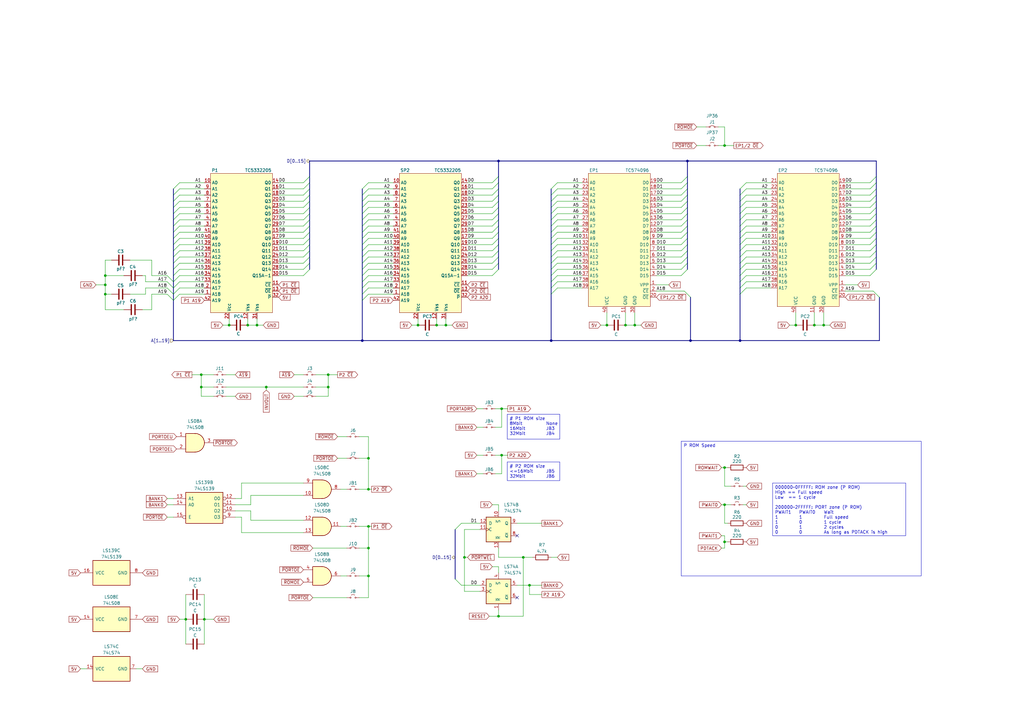
<source format=kicad_sch>
(kicad_sch (version 20250114) (generator "eeschema") (generator_version "9.0")
  (paper "A3")
  (title_block (title "King of Fighters '97 - PROGBK1") (date "2025-02-14") (comment 1 "Not an original schematic") (comment 2 "Reversed from physical copy"))
  (text_box "P ROM Speed" (at 279.4 180.975 0) (size 98.425 55.245) (margins 0.9525 0.9525 0.9525 0.9525) (effects (font (size 1.27 1.27)) (justify left top)))
  (text_box "000000~0FFFFF: ROM zone (P ROM)\nHigh == Full speed\nLow  == 1 cycle\n\n200000~2FFFFF: PORT zone (P ROM) \nPWAIT1	PWAIT0	Wait\n1		1		Full speed\n1		0		1 cycle\n0		1		2 cycles\n0		0		As long as PDTACK is high" (at 316.865 198.12 0) (size 54.61 21.59) (margins 0.9525 0.9525 0.9525 0.9525) (effects (font (size 1.27 1.27)) (justify left top)))
  (text_box "# P2 ROM size\n<=16Mbit	JB5\n32Mbit		JB6" (at 208.026 189.484 0) (size 21.59 7.62) (margins 0.9525 0.9525 0.9525 0.9525) (effects (font (size 1.27 1.27)) (justify left top)))
  (text_box "# P1 ROM size\n8Mbit		None\n16Mbit		JB3\n32Mbit		JB4" (at 208.026 169.926 0) (size 21.59 10.16) (margins 0.9525 0.9525 0.9525 0.9525) (effects (font (size 1.27 1.27)) (justify left top)))
  (junction (at 204.47 66.04))
  (junction (at 148.59 139.7))
  (junction (at 337.82 133.35))
  (junction (at 151.13 215.9))
  (junction (at 297.18 191.77))
  (junction (at 134.62 158.75))
  (junction (at 76.2 254))
  (junction (at 226.06 139.7))
  (junction (at 82.55 153.67))
  (junction (at 283.21 139.7))
  (junction (at 217.17 240.03))
  (junction (at 93.98 133.35))
  (junction (at 83.82 254))
  (junction (at 297.18 222.25))
  (junction (at 151.13 236.22))
  (junction (at 303.53 139.7))
  (junction (at 190.5 228.6))
  (junction (at 326.39 133.35))
  (junction (at 43.18 116.84))
  (junction (at 82.55 158.75))
  (junction (at 297.18 207.01))
  (junction (at 101.6 133.35))
  (junction (at 248.92 133.35))
  (junction (at 151.13 224.79))
  (junction (at 297.18 59.69))
  (junction (at 281.94 66.04))
  (junction (at 204.47 252.73))
  (junction (at 151.13 200.66))
  (junction (at 214.63 228.6))
  (junction (at 205.74 186.69))
  (junction (at 105.41 133.35))
  (junction (at 43.18 113.03))
  (junction (at 43.18 120.65))
  (junction (at 109.22 158.75))
  (junction (at 260.35 133.35))
  (junction (at 256.54 133.35))
  (junction (at 134.62 153.67))
  (junction (at 171.45 133.35))
  (junction (at 182.88 133.35))
  (junction (at 151.13 187.96))
  (junction (at 334.01 133.35))
  (junction (at 205.74 167.64))
  (junction (at 179.07 133.35))
  (no_connect (at 212.09 245.11))
  (no_connect (at 212.09 219.71))
  (bus_entry (at 71.12 107.95) (size 2.54 -2.54))
  (bus_entry (at 359.41 90.17) (size -2.54 2.54))
  (bus_entry (at 303.53 105.41) (size 2.54 -2.54))
  (bus_entry (at 281.94 107.95) (size -2.54 2.54))
  (bus_entry (at 148.59 110.49) (size 2.54 -2.54))
  (bus_entry (at 303.53 115.57) (size 2.54 -2.54))
  (bus_entry (at 71.12 87.63) (size 2.54 -2.54))
  (bus_entry (at 359.41 72.39) (size -2.54 2.54))
  (bus_entry (at 226.06 90.17) (size 2.54 -2.54))
  (bus_entry (at 204.47 100.33) (size -2.54 2.54))
  (bus_entry (at 148.59 80.01) (size 2.54 -2.54))
  (bus_entry (at 303.53 87.63) (size 2.54 -2.54))
  (bus_entry (at 303.53 113.03) (size 2.54 -2.54))
  (bus_entry (at 281.94 95.25) (size -2.54 2.54))
  (bus_entry (at 127 72.39) (size -2.54 2.54))
  (bus_entry (at 360.68 121.92) (size -2.54 -2.54))
  (bus_entry (at 127 92.71) (size -2.54 2.54))
  (bus_entry (at 281.94 92.71) (size -2.54 2.54))
  (bus_entry (at 204.47 85.09) (size -2.54 2.54))
  (bus_entry (at 204.47 74.93) (size -2.54 2.54))
  (bus_entry (at 71.12 113.03) (size 2.54 -2.54))
  (bus_entry (at 281.94 97.79) (size -2.54 2.54))
  (bus_entry (at 148.59 107.95) (size 2.54 -2.54))
  (bus_entry (at 204.47 77.47) (size -2.54 2.54))
  (bus_entry (at 148.59 102.87) (size 2.54 -2.54))
  (bus_entry (at 303.53 90.17) (size 2.54 -2.54))
  (bus_entry (at 281.94 85.09) (size -2.54 2.54))
  (bus_entry (at 127 97.79) (size -2.54 2.54))
  (bus_entry (at 127 102.87) (size -2.54 2.54))
  (bus_entry (at 359.41 85.09) (size -2.54 2.54))
  (bus_entry (at 226.06 105.41) (size 2.54 -2.54))
  (bus_entry (at 359.41 80.01) (size -2.54 2.54))
  (bus_entry (at 204.47 97.79) (size -2.54 2.54))
  (bus_entry (at 281.94 72.39) (size -2.54 2.54))
  (bus_entry (at 204.47 80.01) (size -2.54 2.54))
  (bus_entry (at 204.47 72.39) (size -2.54 2.54))
  (bus_entry (at 226.06 80.01) (size 2.54 -2.54))
  (bus_entry (at 148.59 82.55) (size 2.54 -2.54))
  (bus_entry (at 281.94 100.33) (size -2.54 2.54))
  (bus_entry (at 226.06 92.71) (size 2.54 -2.54))
  (bus_entry (at 71.12 102.87) (size 2.54 -2.54))
  (bus_entry (at 226.06 85.09) (size 2.54 -2.54))
  (bus_entry (at 204.47 102.87) (size -2.54 2.54))
  (bus_entry (at 148.59 113.03) (size 2.54 -2.54))
  (bus_entry (at 148.59 95.25) (size 2.54 -2.54))
  (bus_entry (at 303.53 80.01) (size 2.54 -2.54))
  (bus_entry (at 127 90.17) (size -2.54 2.54))
  (bus_entry (at 303.53 92.71) (size 2.54 -2.54))
  (bus_entry (at 303.53 107.95) (size 2.54 -2.54))
  (bus_entry (at 148.59 77.47) (size 2.54 -2.54))
  (bus_entry (at 303.53 102.87) (size 2.54 -2.54))
  (bus_entry (at 359.41 74.93) (size -2.54 2.54))
  (bus_entry (at 71.12 77.47) (size 2.54 -2.54))
  (bus_entry (at 71.12 97.79) (size 2.54 -2.54))
  (bus_entry (at 71.12 90.17) (size 2.54 -2.54))
  (bus_entry (at 71.12 118.11) (size 2.54 -2.54))
  (bus_entry (at 71.12 123.19) (size 2.54 -2.54))
  (bus_entry (at 71.12 118.11) (size -2.54 -2.54))
  (bus_entry (at 359.41 102.87) (size -2.54 2.54))
  (bus_entry (at 71.12 80.01) (size 2.54 -2.54))
  (bus_entry (at 148.59 123.19) (size 2.54 -2.54))
  (bus_entry (at 303.53 120.65) (size 2.54 -2.54))
  (bus_entry (at 148.59 115.57) (size 2.54 -2.54))
  (bus_entry (at 281.94 110.49) (size -2.54 2.54))
  (bus_entry (at 71.12 95.25) (size 2.54 -2.54))
  (bus_entry (at 226.06 120.65) (size 2.54 -2.54))
  (bus_entry (at 127 82.55) (size -2.54 2.54))
  (bus_entry (at 148.59 118.11) (size 2.54 -2.54))
  (bus_entry (at 226.06 100.33) (size 2.54 -2.54))
  (bus_entry (at 359.41 95.25) (size -2.54 2.54))
  (bus_entry (at 303.53 118.11) (size 2.54 -2.54))
  (bus_entry (at 359.41 105.41) (size -2.54 2.54))
  (bus_entry (at 359.41 97.79) (size -2.54 2.54))
  (bus_entry (at 204.47 107.95) (size -2.54 2.54))
  (bus_entry (at 303.53 95.25) (size 2.54 -2.54))
  (bus_entry (at 148.59 120.65) (size 2.54 -2.54))
  (bus_entry (at 281.94 102.87) (size -2.54 2.54))
  (bus_entry (at 281.94 87.63) (size -2.54 2.54))
  (bus_entry (at 204.47 110.49) (size -2.54 2.54))
  (bus_entry (at 303.53 85.09) (size 2.54 -2.54))
  (bus_entry (at 148.59 92.71) (size 2.54 -2.54))
  (bus_entry (at 71.12 85.09) (size 2.54 -2.54))
  (bus_entry (at 281.94 80.01) (size -2.54 2.54))
  (bus_entry (at 226.06 87.63) (size 2.54 -2.54))
  (bus_entry (at 359.41 92.71) (size -2.54 2.54))
  (bus_entry (at 303.53 97.79) (size 2.54 -2.54))
  (bus_entry (at 303.53 100.33) (size 2.54 -2.54))
  (bus_entry (at 127 77.47) (size -2.54 2.54))
  (bus_entry (at 226.06 97.79) (size 2.54 -2.54))
  (bus_entry (at 359.41 82.55) (size -2.54 2.54))
  (bus_entry (at 71.12 123.19) (size -2.54 -2.54))
  (bus_entry (at 71.12 92.71) (size 2.54 -2.54))
  (bus_entry (at 303.53 77.47) (size 2.54 -2.54))
  (bus_entry (at 283.21 121.92) (size -2.54 -2.54))
  (bus_entry (at 226.06 113.03) (size 2.54 -2.54))
  (bus_entry (at 281.94 77.47) (size -2.54 2.54))
  (bus_entry (at 359.41 107.95) (size -2.54 2.54))
  (bus_entry (at 127 105.41) (size -2.54 2.54))
  (bus_entry (at 127 95.25) (size -2.54 2.54))
  (bus_entry (at 204.47 92.71) (size -2.54 2.54))
  (bus_entry (at 226.06 82.55) (size 2.54 -2.54))
  (bus_entry (at 127 107.95) (size -2.54 2.54))
  (bus_entry (at 226.06 77.47) (size 2.54 -2.54))
  (bus_entry (at 204.47 105.41) (size -2.54 2.54))
  (bus_entry (at 204.47 82.55) (size -2.54 2.54))
  (bus_entry (at 127 80.01) (size -2.54 2.54))
  (bus_entry (at 71.12 82.55) (size 2.54 -2.54))
  (bus_entry (at 148.59 105.41) (size 2.54 -2.54))
  (bus_entry (at 226.06 107.95) (size 2.54 -2.54))
  (bus_entry (at 186.69 217.17) (size 2.54 -2.54))
  (bus_entry (at 359.41 110.49) (size -2.54 2.54))
  (bus_entry (at 226.06 102.87) (size 2.54 -2.54))
  (bus_entry (at 226.06 115.57) (size 2.54 -2.54))
  (bus_entry (at 226.06 95.25) (size 2.54 -2.54))
  (bus_entry (at 127 74.93) (size -2.54 2.54))
  (bus_entry (at 127 110.49) (size -2.54 2.54))
  (bus_entry (at 127 87.63) (size -2.54 2.54))
  (bus_entry (at 226.06 118.11) (size 2.54 -2.54))
  (bus_entry (at 148.59 90.17) (size 2.54 -2.54))
  (bus_entry (at 71.12 120.65) (size 2.54 -2.54))
  (bus_entry (at 71.12 105.41) (size 2.54 -2.54))
  (bus_entry (at 148.59 100.33) (size 2.54 -2.54))
  (bus_entry (at 226.06 110.49) (size 2.54 -2.54))
  (bus_entry (at 359.41 77.47) (size -2.54 2.54))
  (bus_entry (at 148.59 97.79) (size 2.54 -2.54))
  (bus_entry (at 71.12 115.57) (size 2.54 -2.54))
  (bus_entry (at 186.69 237.49) (size 2.54 2.54))
  (bus_entry (at 281.94 74.93) (size -2.54 2.54))
  (bus_entry (at 71.12 115.57) (size -2.54 -2.54))
  (bus_entry (at 127 100.33) (size -2.54 2.54))
  (bus_entry (at 303.53 110.49) (size 2.54 -2.54))
  (bus_entry (at 359.41 87.63) (size -2.54 2.54))
  (bus_entry (at 281.94 82.55) (size -2.54 2.54))
  (bus_entry (at 71.12 110.49) (size 2.54 -2.54))
  (bus_entry (at 204.47 95.25) (size -2.54 2.54))
  (bus_entry (at 71.12 120.65) (size -2.54 -2.54))
  (bus_entry (at 359.41 100.33) (size -2.54 2.54))
  (bus_entry (at 204.47 87.63) (size -2.54 2.54))
  (bus_entry (at 148.59 85.09) (size 2.54 -2.54))
  (bus_entry (at 71.12 100.33) (size 2.54 -2.54))
  (bus_entry (at 281.94 105.41) (size -2.54 2.54))
  (bus_entry (at 127 85.09) (size -2.54 2.54))
  (bus_entry (at 148.59 87.63) (size 2.54 -2.54))
  (bus_entry (at 303.53 82.55) (size 2.54 -2.54))
  (bus_entry (at 281.94 90.17) (size -2.54 2.54))
  (bus_entry (at 204.47 90.17) (size -2.54 2.54))
  (wire (pts (xy 151.13 92.71) (xy 161.29 92.71)))
  (wire (pts (xy 105.41 130.81) (xy 105.41 133.35)))
  (wire (pts (xy 191.77 95.25) (xy 201.93 95.25)))
  (bus (pts (xy 186.69 217.17) (xy 186.69 237.49)))
  (wire (pts (xy 346.71 105.41) (xy 356.87 105.41)))
  (bus (pts (xy 281.94 72.39) (xy 281.94 74.93)))
  (wire (pts (xy 214.63 228.6) (xy 204.47 228.6)))
  (wire (pts (xy 151.13 187.96) (xy 151.13 179.07)))
  (wire (pts (xy 226.06 228.6) (xy 228.6 228.6)))
  (bus (pts (xy 359.41 72.39) (xy 359.41 66.04)))
  (wire (pts (xy 59.69 120.65) (xy 59.69 118.11)))
  (bus (pts (xy 127 90.17) (xy 127 92.71)))
  (bus (pts (xy 281.94 74.93) (xy 281.94 77.47)))
  (wire (pts (xy 73.66 110.49) (xy 83.82 110.49)))
  (wire (pts (xy 129.54 153.67) (xy 134.62 153.67)))
  (bus (pts (xy 281.94 66.04) (xy 281.94 72.39)))
  (wire (pts (xy 297.18 199.39) (xy 297.18 191.77)))
  (bus (pts (xy 204.47 74.93) (xy 204.47 77.47)))
  (bus (pts (xy 281.94 80.01) (xy 281.94 82.55)))
  (wire (pts (xy 191.77 74.93) (xy 201.93 74.93)))
  (bus (pts (xy 71.12 87.63) (xy 71.12 90.17)))
  (wire (pts (xy 83.82 254) (xy 87.63 254)))
  (wire (pts (xy 306.07 77.47) (xy 316.23 77.47)))
  (bus (pts (xy 281.94 105.41) (xy 281.94 107.95)))
  (wire (pts (xy 62.23 127) (xy 58.42 127)))
  (bus (pts (xy 71.12 97.79) (xy 71.12 100.33)))
  (bus (pts (xy 71.12 100.33) (xy 71.12 102.87)))
  (wire (pts (xy 68.58 207.01) (xy 71.12 207.01)))
  (wire (pts (xy 151.13 200.66) (xy 147.32 200.66)))
  (wire (pts (xy 96.52 162.56) (xy 92.71 162.56)))
  (wire (pts (xy 114.3 80.01) (xy 124.46 80.01)))
  (bus (pts (xy 281.94 77.47) (xy 281.94 80.01)))
  (wire (pts (xy 269.24 105.41) (xy 279.4 105.41)))
  (bus (pts (xy 281.94 87.63) (xy 281.94 90.17)))
  (wire (pts (xy 346.71 92.71) (xy 356.87 92.71)))
  (wire (pts (xy 50.8 127) (xy 43.18 127)))
  (wire (pts (xy 114.3 90.17) (xy 124.46 90.17)))
  (bus (pts (xy 127 85.09) (xy 127 87.63)))
  (wire (pts (xy 297.18 224.79) (xy 295.91 224.79)))
  (wire (pts (xy 346.71 100.33) (xy 356.87 100.33)))
  (wire (pts (xy 203.2 167.64) (xy 205.74 167.64)))
  (wire (pts (xy 114.3 95.25) (xy 124.46 95.25)))
  (bus (pts (xy 226.06 97.79) (xy 226.06 100.33)))
  (bus (pts (xy 148.59 139.7) (xy 148.59 123.19)))
  (wire (pts (xy 306.07 82.55) (xy 316.23 82.55)))
  (bus (pts (xy 359.41 100.33) (xy 359.41 102.87)))
  (wire (pts (xy 134.62 158.75) (xy 134.62 162.56)))
  (wire (pts (xy 96.52 153.67) (xy 92.71 153.67)))
  (wire (pts (xy 228.6 107.95) (xy 238.76 107.95)))
  (bus (pts (xy 71.12 82.55) (xy 71.12 85.09)))
  (wire (pts (xy 195.58 194.31) (xy 198.12 194.31)))
  (bus (pts (xy 226.06 102.87) (xy 226.06 105.41)))
  (wire (pts (xy 102.87 213.36) (xy 124.46 213.36)))
  (wire (pts (xy 190.5 228.6) (xy 190.5 242.57)))
  (bus (pts (xy 148.59 118.11) (xy 148.59 120.65)))
  (wire (pts (xy 191.77 77.47) (xy 201.93 77.47)))
  (wire (pts (xy 228.6 85.09) (xy 238.76 85.09)))
  (bus (pts (xy 281.94 97.79) (xy 281.94 100.33)))
  (bus (pts (xy 283.21 139.7) (xy 303.53 139.7)))
  (wire (pts (xy 191.77 80.01) (xy 201.93 80.01)))
  (wire (pts (xy 346.71 95.25) (xy 356.87 95.25)))
  (wire (pts (xy 205.74 175.26) (xy 205.74 167.64)))
  (bus (pts (xy 148.59 97.79) (xy 148.59 100.33)))
  (wire (pts (xy 114.3 110.49) (xy 124.46 110.49)))
  (wire (pts (xy 151.13 95.25) (xy 161.29 95.25)))
  (bus (pts (xy 303.53 118.11) (xy 303.53 120.65)))
  (wire (pts (xy 196.85 242.57) (xy 190.5 242.57)))
  (bus (pts (xy 303.53 92.71) (xy 303.53 95.25)))
  (bus (pts (xy 71.12 123.19) (xy 71.12 139.7)))
  (wire (pts (xy 92.71 158.75) (xy 109.22 158.75)))
  (wire (pts (xy 346.71 87.63) (xy 356.87 87.63)))
  (wire (pts (xy 306.07 95.25) (xy 316.23 95.25)))
  (bus (pts (xy 148.59 105.41) (xy 148.59 107.95)))
  (wire (pts (xy 114.3 100.33) (xy 124.46 100.33)))
  (wire (pts (xy 73.66 85.09) (xy 83.82 85.09)))
  (wire (pts (xy 191.77 92.71) (xy 201.93 92.71)))
  (wire (pts (xy 346.71 80.01) (xy 356.87 80.01)))
  (bus (pts (xy 71.12 107.95) (xy 71.12 110.49)))
  (wire (pts (xy 128.27 224.79) (xy 142.24 224.79)))
  (wire (pts (xy 351.79 116.84) (xy 346.71 116.84)))
  (wire (pts (xy 297.18 214.63) (xy 298.45 214.63)))
  (wire (pts (xy 228.6 97.79) (xy 238.76 97.79)))
  (wire (pts (xy 73.66 102.87) (xy 83.82 102.87)))
  (wire (pts (xy 260.35 133.35) (xy 262.89 133.35)))
  (bus (pts (xy 127 100.33) (xy 127 102.87)))
  (wire (pts (xy 269.24 87.63) (xy 279.4 87.63)))
  (bus (pts (xy 359.41 74.93) (xy 359.41 77.47)))
  (wire (pts (xy 346.71 107.95) (xy 356.87 107.95)))
  (wire (pts (xy 151.13 82.55) (xy 161.29 82.55)))
  (wire (pts (xy 191.77 110.49) (xy 201.93 110.49)))
  (wire (pts (xy 59.69 118.11) (xy 68.58 118.11)))
  (wire (pts (xy 191.77 113.03) (xy 201.93 113.03)))
  (wire (pts (xy 228.6 105.41) (xy 238.76 105.41)))
  (wire (pts (xy 43.18 113.03) (xy 43.18 116.84)))
  (bus (pts (xy 148.59 107.95) (xy 148.59 110.49)))
  (wire (pts (xy 346.71 97.79) (xy 356.87 97.79)))
  (bus (pts (xy 71.12 115.57) (xy 71.12 118.11)))
  (wire (pts (xy 68.58 204.47) (xy 71.12 204.47)))
  (wire (pts (xy 191.77 100.33) (xy 201.93 100.33)))
  (bus (pts (xy 127 97.79) (xy 127 100.33)))
  (wire (pts (xy 285.75 59.69) (xy 289.56 59.69)))
  (bus (pts (xy 281.94 92.71) (xy 281.94 95.25)))
  (wire (pts (xy 269.24 97.79) (xy 279.4 97.79)))
  (bus (pts (xy 148.59 95.25) (xy 148.59 97.79)))
  (wire (pts (xy 73.66 95.25) (xy 83.82 95.25)))
  (bus (pts (xy 204.47 102.87) (xy 204.47 105.41)))
  (wire (pts (xy 114.3 77.47) (xy 124.46 77.47)))
  (bus (pts (xy 283.21 121.92) (xy 283.21 139.7)))
  (wire (pts (xy 269.24 100.33) (xy 279.4 100.33)))
  (bus (pts (xy 303.53 85.09) (xy 303.53 87.63)))
  (wire (pts (xy 83.82 243.84) (xy 83.82 254)))
  (bus (pts (xy 359.41 95.25) (xy 359.41 97.79)))
  (wire (pts (xy 68.58 212.09) (xy 71.12 212.09)))
  (wire (pts (xy 151.13 120.65) (xy 161.29 120.65)))
  (wire (pts (xy 43.18 120.65) (xy 43.18 116.84)))
  (wire (pts (xy 139.7 236.22) (xy 142.24 236.22)))
  (wire (pts (xy 269.24 102.87) (xy 279.4 102.87)))
  (wire (pts (xy 151.13 215.9) (xy 151.13 224.79)))
  (wire (pts (xy 114.3 107.95) (xy 124.46 107.95)))
  (wire (pts (xy 105.41 133.35) (xy 107.95 133.35)))
  (wire (pts (xy 246.38 133.35) (xy 248.92 133.35)))
  (wire (pts (xy 151.13 77.47) (xy 161.29 77.47)))
  (wire (pts (xy 306.07 92.71) (xy 316.23 92.71)))
  (bus (pts (xy 281.94 85.09) (xy 281.94 87.63)))
  (wire (pts (xy 62.23 113.03) (xy 68.58 113.03)))
  (wire (pts (xy 212.09 240.03) (xy 217.17 240.03)))
  (wire (pts (xy 228.6 77.47) (xy 238.76 77.47)))
  (wire (pts (xy 73.66 92.71) (xy 83.82 92.71)))
  (wire (pts (xy 73.66 105.41) (xy 83.82 105.41)))
  (bus (pts (xy 127 95.25) (xy 127 97.79)))
  (wire (pts (xy 306.07 118.11) (xy 316.23 118.11)))
  (wire (pts (xy 151.13 107.95) (xy 161.29 107.95)))
  (wire (pts (xy 33.02 274.32) (xy 35.56 274.32)))
  (wire (pts (xy 297.18 207.01) (xy 299.72 207.01)))
  (wire (pts (xy 191.77 90.17) (xy 201.93 90.17)))
  (wire (pts (xy 171.45 130.81) (xy 171.45 133.35)))
  (bus (pts (xy 127 105.41) (xy 127 107.95)))
  (bus (pts (xy 204.47 97.79) (xy 204.47 100.33)))
  (wire (pts (xy 109.22 158.75) (xy 109.22 160.02)))
  (wire (pts (xy 306.07 110.49) (xy 316.23 110.49)))
  (bus (pts (xy 281.94 100.33) (xy 281.94 102.87)))
  (wire (pts (xy 82.55 153.67) (xy 82.55 158.75)))
  (wire (pts (xy 346.71 74.93) (xy 356.87 74.93)))
  (bus (pts (xy 127 66.04) (xy 127 72.39)))
  (bus (pts (xy 281.94 66.04) (xy 359.41 66.04)))
  (wire (pts (xy 109.22 158.75) (xy 124.46 158.75)))
  (wire (pts (xy 73.66 120.65) (xy 83.82 120.65)))
  (wire (pts (xy 151.13 90.17) (xy 161.29 90.17)))
  (bus (pts (xy 226.06 113.03) (xy 226.06 115.57)))
  (wire (pts (xy 217.17 243.84) (xy 217.17 240.03)))
  (wire (pts (xy 297.18 207.01) (xy 297.18 214.63)))
  (wire (pts (xy 297.18 222.25) (xy 297.18 224.79)))
  (wire (pts (xy 323.85 133.35) (xy 326.39 133.35)))
  (wire (pts (xy 205.74 194.31) (xy 205.74 186.69)))
  (wire (pts (xy 73.66 107.95) (xy 83.82 107.95)))
  (wire (pts (xy 73.66 90.17) (xy 83.82 90.17)))
  (wire (pts (xy 114.3 87.63) (xy 124.46 87.63)))
  (wire (pts (xy 200.66 252.73) (xy 204.47 252.73)))
  (wire (pts (xy 134.62 153.67) (xy 134.62 158.75)))
  (wire (pts (xy 43.18 116.84) (xy 39.37 116.84)))
  (wire (pts (xy 87.63 153.67) (xy 82.55 153.67)))
  (bus (pts (xy 226.06 80.01) (xy 226.06 82.55)))
  (wire (pts (xy 43.18 127) (xy 43.18 120.65)))
  (bus (pts (xy 71.12 139.7) (xy 148.59 139.7)))
  (wire (pts (xy 306.07 102.87) (xy 316.23 102.87)))
  (bus (pts (xy 359.41 90.17) (xy 359.41 92.71)))
  (wire (pts (xy 269.24 80.01) (xy 279.4 80.01)))
  (wire (pts (xy 297.18 219.71) (xy 295.91 219.71)))
  (bus (pts (xy 71.12 120.65) (xy 71.12 123.19)))
  (bus (pts (xy 127 102.87) (xy 127 105.41)))
  (wire (pts (xy 217.17 240.03) (xy 222.25 240.03)))
  (wire (pts (xy 134.62 153.67) (xy 138.43 153.67)))
  (bus (pts (xy 148.59 139.7) (xy 226.06 139.7)))
  (bus (pts (xy 359.41 87.63) (xy 359.41 90.17)))
  (bus (pts (xy 303.53 102.87) (xy 303.53 105.41)))
  (wire (pts (xy 43.18 113.03) (xy 50.8 113.03)))
  (wire (pts (xy 191.77 228.6) (xy 190.5 228.6)))
  (wire (pts (xy 306.07 100.33) (xy 316.23 100.33)))
  (bus (pts (xy 148.59 77.47) (xy 148.59 80.01)))
  (wire (pts (xy 151.13 187.96) (xy 151.13 200.66)))
  (bus (pts (xy 226.06 118.11) (xy 226.06 120.65)))
  (bus (pts (xy 303.53 77.47) (xy 303.53 80.01)))
  (wire (pts (xy 203.2 175.26) (xy 205.74 175.26)))
  (bus (pts (xy 226.06 100.33) (xy 226.06 102.87)))
  (bus (pts (xy 71.12 105.41) (xy 71.12 107.95)))
  (wire (pts (xy 260.35 128.27) (xy 260.35 133.35)))
  (wire (pts (xy 306.07 87.63) (xy 316.23 87.63)))
  (wire (pts (xy 76.2 243.84) (xy 76.2 254)))
  (wire (pts (xy 151.13 97.79) (xy 161.29 97.79)))
  (wire (pts (xy 151.13 113.03) (xy 161.29 113.03)))
  (wire (pts (xy 304.8 207.01) (xy 306.07 207.01)))
  (wire (pts (xy 93.98 130.81) (xy 93.98 133.35)))
  (wire (pts (xy 274.32 116.84) (xy 269.24 116.84)))
  (wire (pts (xy 114.3 105.41) (xy 124.46 105.41)))
  (bus (pts (xy 226.06 92.71) (xy 226.06 95.25)))
  (wire (pts (xy 297.18 219.71) (xy 297.18 222.25)))
  (bus (pts (xy 303.53 107.95) (xy 303.53 110.49)))
  (wire (pts (xy 228.6 110.49) (xy 238.76 110.49)))
  (wire (pts (xy 228.6 82.55) (xy 238.76 82.55)))
  (bus (pts (xy 127 77.47) (xy 127 80.01)))
  (wire (pts (xy 99.06 212.09) (xy 99.06 218.44)))
  (bus (pts (xy 127 107.95) (xy 127 110.49)))
  (wire (pts (xy 190.5 217.17) (xy 190.5 228.6)))
  (wire (pts (xy 53.34 120.65) (xy 59.69 120.65)))
  (bus (pts (xy 359.41 77.47) (xy 359.41 80.01)))
  (bus (pts (xy 204.47 66.04) (xy 281.94 66.04)))
  (wire (pts (xy 228.6 95.25) (xy 238.76 95.25)))
  (bus (pts (xy 71.12 80.01) (xy 71.12 82.55)))
  (wire (pts (xy 151.13 110.49) (xy 161.29 110.49)))
  (bus (pts (xy 204.47 77.47) (xy 204.47 80.01)))
  (bus (pts (xy 71.12 102.87) (xy 71.12 105.41)))
  (wire (pts (xy 228.6 92.71) (xy 238.76 92.71)))
  (bus (pts (xy 359.41 82.55) (xy 359.41 85.09)))
  (wire (pts (xy 179.07 130.81) (xy 179.07 133.35)))
  (bus (pts (xy 204.47 95.25) (xy 204.47 97.79)))
  (wire (pts (xy 285.75 52.07) (xy 289.56 52.07)))
  (wire (pts (xy 114.3 85.09) (xy 124.46 85.09)))
  (wire (pts (xy 334.01 133.35) (xy 337.82 133.35)))
  (bus (pts (xy 226.06 87.63) (xy 226.06 90.17)))
  (wire (pts (xy 99.06 198.12) (xy 124.46 198.12)))
  (bus (pts (xy 226.06 82.55) (xy 226.06 85.09)))
  (bus (pts (xy 359.41 85.09) (xy 359.41 87.63)))
  (bus (pts (xy 226.06 77.47) (xy 226.06 80.01)))
  (wire (pts (xy 73.66 115.57) (xy 83.82 115.57)))
  (bus (pts (xy 303.53 139.7) (xy 360.68 139.7)))
  (wire (pts (xy 205.74 186.69) (xy 208.28 186.69)))
  (bus (pts (xy 303.53 100.33) (xy 303.53 102.87)))
  (bus (pts (xy 281.94 102.87) (xy 281.94 105.41)))
  (wire (pts (xy 62.23 120.65) (xy 68.58 120.65)))
  (wire (pts (xy 228.6 80.01) (xy 238.76 80.01)))
  (wire (pts (xy 212.09 214.63) (xy 222.25 214.63)))
  (wire (pts (xy 269.24 92.71) (xy 279.4 92.71)))
  (wire (pts (xy 138.43 187.96) (xy 142.24 187.96)))
  (wire (pts (xy 346.71 82.55) (xy 356.87 82.55)))
  (wire (pts (xy 306.07 97.79) (xy 316.23 97.79)))
  (wire (pts (xy 205.74 167.64) (xy 208.28 167.64)))
  (bus (pts (xy 281.94 90.17) (xy 281.94 92.71)))
  (wire (pts (xy 179.07 133.35) (xy 182.88 133.35)))
  (wire (pts (xy 256.54 133.35) (xy 260.35 133.35)))
  (bus (pts (xy 127 82.55) (xy 127 85.09)))
  (bus (pts (xy 204.47 90.17) (xy 204.47 92.71)))
  (wire (pts (xy 59.69 113.03) (xy 59.69 115.57)))
  (bus (pts (xy 281.94 107.95) (xy 281.94 110.49)))
  (wire (pts (xy 346.71 90.17) (xy 356.87 90.17)))
  (bus (pts (xy 226.06 110.49) (xy 226.06 113.03)))
  (bus (pts (xy 303.53 113.03) (xy 303.53 115.57)))
  (wire (pts (xy 129.54 158.75) (xy 134.62 158.75)))
  (wire (pts (xy 151.13 200.66) (xy 152.4 200.66)))
  (bus (pts (xy 204.47 85.09) (xy 204.47 87.63)))
  (wire (pts (xy 203.2 186.69) (xy 205.74 186.69)))
  (wire (pts (xy 151.13 236.22) (xy 151.13 224.79)))
  (bus (pts (xy 226.06 95.25) (xy 226.06 97.79)))
  (wire (pts (xy 269.24 77.47) (xy 279.4 77.47)))
  (wire (pts (xy 102.87 203.2) (xy 124.46 203.2)))
  (wire (pts (xy 62.23 127) (xy 62.23 120.65)))
  (wire (pts (xy 151.13 102.87) (xy 161.29 102.87)))
  (wire (pts (xy 114.3 97.79) (xy 124.46 97.79)))
  (wire (pts (xy 297.18 59.69) (xy 300.99 59.69)))
  (wire (pts (xy 228.6 87.63) (xy 238.76 87.63)))
  (wire (pts (xy 114.3 102.87) (xy 124.46 102.87)))
  (bus (pts (xy 359.41 107.95) (xy 359.41 110.49)))
  (bus (pts (xy 71.12 85.09) (xy 71.12 87.63)))
  (wire (pts (xy 195.58 175.26) (xy 198.12 175.26)))
  (wire (pts (xy 269.24 74.93) (xy 279.4 74.93)))
  (bus (pts (xy 281.94 95.25) (xy 281.94 97.79)))
  (bus (pts (xy 303.53 105.41) (xy 303.53 107.95)))
  (wire (pts (xy 337.82 133.35) (xy 340.36 133.35)))
  (wire (pts (xy 73.66 77.47) (xy 83.82 77.47)))
  (wire (pts (xy 59.69 115.57) (xy 68.58 115.57)))
  (wire (pts (xy 182.88 130.81) (xy 182.88 133.35)))
  (bus (pts (xy 204.47 82.55) (xy 204.47 85.09)))
  (wire (pts (xy 82.55 158.75) (xy 82.55 162.56)))
  (bus (pts (xy 303.53 87.63) (xy 303.53 90.17)))
  (wire (pts (xy 326.39 128.27) (xy 326.39 133.35)))
  (wire (pts (xy 73.66 80.01) (xy 83.82 80.01)))
  (wire (pts (xy 83.82 254) (xy 83.82 264.16)))
  (wire (pts (xy 96.52 207.01) (xy 102.87 207.01)))
  (wire (pts (xy 73.66 74.93) (xy 83.82 74.93)))
  (bus (pts (xy 204.47 105.41) (xy 204.47 107.95)))
  (wire (pts (xy 73.66 87.63) (xy 83.82 87.63)))
  (bus (pts (xy 148.59 92.71) (xy 148.59 95.25)))
  (wire (pts (xy 43.18 106.68) (xy 43.18 113.03)))
  (wire (pts (xy 128.27 245.11) (xy 142.24 245.11)))
  (wire (pts (xy 214.63 252.73) (xy 214.63 228.6)))
  (wire (pts (xy 151.13 100.33) (xy 161.29 100.33)))
  (wire (pts (xy 269.24 107.95) (xy 279.4 107.95)))
  (wire (pts (xy 151.13 105.41) (xy 161.29 105.41)))
  (wire (pts (xy 151.13 118.11) (xy 161.29 118.11)))
  (wire (pts (xy 306.07 105.41) (xy 316.23 105.41)))
  (bus (pts (xy 148.59 115.57) (xy 148.59 118.11)))
  (wire (pts (xy 151.13 87.63) (xy 161.29 87.63)))
  (bus (pts (xy 359.41 105.41) (xy 359.41 107.95)))
  (wire (pts (xy 62.23 106.68) (xy 62.23 113.03)))
  (wire (pts (xy 53.34 106.68) (xy 62.23 106.68)))
  (bus (pts (xy 71.12 110.49) (xy 71.12 113.03)))
  (wire (pts (xy 306.07 115.57) (xy 316.23 115.57)))
  (wire (pts (xy 204.47 232.41) (xy 204.47 234.95)))
  (wire (pts (xy 269.24 110.49) (xy 279.4 110.49)))
  (wire (pts (xy 228.6 113.03) (xy 238.76 113.03)))
  (wire (pts (xy 204.47 252.73) (xy 214.63 252.73)))
  (wire (pts (xy 269.24 113.03) (xy 279.4 113.03)))
  (wire (pts (xy 87.63 158.75) (xy 82.55 158.75)))
  (bus (pts (xy 359.41 92.71) (xy 359.41 95.25)))
  (bus (pts (xy 71.12 113.03) (xy 71.12 115.57)))
  (wire (pts (xy 346.71 85.09) (xy 356.87 85.09)))
  (wire (pts (xy 99.06 204.47) (xy 99.06 198.12)))
  (wire (pts (xy 269.24 90.17) (xy 279.4 90.17)))
  (bus (pts (xy 71.12 118.11) (xy 71.12 120.65)))
  (wire (pts (xy 114.3 82.55) (xy 124.46 82.55)))
  (wire (pts (xy 295.91 207.01) (xy 297.18 207.01)))
  (bus (pts (xy 303.53 115.57) (xy 303.53 118.11)))
  (bus (pts (xy 226.06 85.09) (xy 226.06 87.63)))
  (bus (pts (xy 359.41 72.39) (xy 359.41 74.93)))
  (bus (pts (xy 303.53 90.17) (xy 303.53 92.71)))
  (wire (pts (xy 147.32 236.22) (xy 151.13 236.22)))
  (wire (pts (xy 151.13 245.11) (xy 151.13 236.22)))
  (bus (pts (xy 148.59 100.33) (xy 148.59 102.87)))
  (wire (pts (xy 295.91 191.77) (xy 297.18 191.77)))
  (wire (pts (xy 204.47 207.01) (xy 204.47 209.55)))
  (wire (pts (xy 99.06 218.44) (xy 124.46 218.44)))
  (wire (pts (xy 147.32 187.96) (xy 151.13 187.96)))
  (wire (pts (xy 297.18 191.77) (xy 298.45 191.77)))
  (wire (pts (xy 102.87 207.01) (xy 102.87 203.2)))
  (wire (pts (xy 269.24 95.25) (xy 279.4 95.25)))
  (wire (pts (xy 191.77 85.09) (xy 201.93 85.09)))
  (wire (pts (xy 228.6 115.57) (xy 238.76 115.57)))
  (wire (pts (xy 346.71 119.38) (xy 358.14 119.38)))
  (wire (pts (xy 204.47 252.73) (xy 204.47 250.19)))
  (wire (pts (xy 138.43 179.07) (xy 142.24 179.07)))
  (bus (pts (xy 359.41 80.01) (xy 359.41 82.55)))
  (wire (pts (xy 228.6 90.17) (xy 238.76 90.17)))
  (wire (pts (xy 101.6 130.81) (xy 101.6 133.35)))
  (wire (pts (xy 76.2 254) (xy 76.2 264.16)))
  (wire (pts (xy 294.64 59.69) (xy 297.18 59.69)))
  (bus (pts (xy 148.59 120.65) (xy 148.59 123.19)))
  (bus (pts (xy 359.41 102.87) (xy 359.41 105.41)))
  (wire (pts (xy 228.6 100.33) (xy 238.76 100.33)))
  (wire (pts (xy 203.2 194.31) (xy 205.74 194.31)))
  (bus (pts (xy 71.12 95.25) (xy 71.12 97.79)))
  (wire (pts (xy 58.42 274.32) (xy 55.88 274.32)))
  (bus (pts (xy 303.53 97.79) (xy 303.53 100.33)))
  (bus (pts (xy 148.59 87.63) (xy 148.59 90.17)))
  (bus (pts (xy 127 87.63) (xy 127 90.17)))
  (bus (pts (xy 204.47 66.04) (xy 204.47 72.39)))
  (wire (pts (xy 346.71 113.03) (xy 356.87 113.03)))
  (wire (pts (xy 151.13 224.79) (xy 147.32 224.79)))
  (bus (pts (xy 226.06 90.17) (xy 226.06 92.71)))
  (wire (pts (xy 182.88 133.35) (xy 185.42 133.35)))
  (wire (pts (xy 191.77 82.55) (xy 201.93 82.55)))
  (wire (pts (xy 201.93 232.41) (xy 204.47 232.41)))
  (wire (pts (xy 248.92 128.27) (xy 248.92 133.35)))
  (wire (pts (xy 195.58 167.64) (xy 198.12 167.64)))
  (wire (pts (xy 114.3 113.03) (xy 124.46 113.03)))
  (wire (pts (xy 346.71 110.49) (xy 356.87 110.49)))
  (bus (pts (xy 360.68 121.92) (xy 360.68 139.7)))
  (wire (pts (xy 228.6 118.11) (xy 238.76 118.11)))
  (wire (pts (xy 306.07 74.93) (xy 316.23 74.93)))
  (bus (pts (xy 71.12 92.71) (xy 71.12 95.25)))
  (bus (pts (xy 148.59 113.03) (xy 148.59 115.57)))
  (bus (pts (xy 127 74.93) (xy 127 77.47)))
  (bus (pts (xy 71.12 90.17) (xy 71.12 92.71)))
  (wire (pts (xy 214.63 228.6) (xy 218.44 228.6)))
  (bus (pts (xy 359.41 97.79) (xy 359.41 100.33)))
  (wire (pts (xy 147.32 215.9) (xy 151.13 215.9)))
  (wire (pts (xy 91.44 133.35) (xy 93.98 133.35)))
  (wire (pts (xy 191.77 97.79) (xy 201.93 97.79)))
  (wire (pts (xy 151.13 80.01) (xy 161.29 80.01)))
  (wire (pts (xy 73.66 82.55) (xy 83.82 82.55)))
  (wire (pts (xy 269.24 119.38) (xy 280.67 119.38)))
  (wire (pts (xy 58.42 113.03) (xy 59.69 113.03)))
  (wire (pts (xy 222.25 243.84) (xy 217.17 243.84)))
  (wire (pts (xy 73.66 254) (xy 76.2 254)))
  (wire (pts (xy 96.52 204.47) (xy 99.06 204.47)))
  (wire (pts (xy 334.01 128.27) (xy 334.01 133.35)))
  (bus (pts (xy 148.59 82.55) (xy 148.59 85.09)))
  (bus (pts (xy 226.06 105.41) (xy 226.06 107.95)))
  (bus (pts (xy 127 80.01) (xy 127 82.55)))
  (wire (pts (xy 151.13 85.09) (xy 161.29 85.09)))
  (wire (pts (xy 306.07 90.17) (xy 316.23 90.17)))
  (wire (pts (xy 45.72 106.68) (xy 43.18 106.68)))
  (wire (pts (xy 306.07 80.01) (xy 316.23 80.01)))
  (wire (pts (xy 299.72 199.39) (xy 297.18 199.39)))
  (wire (pts (xy 73.66 118.11) (xy 83.82 118.11)))
  (wire (pts (xy 191.77 102.87) (xy 201.93 102.87)))
  (wire (pts (xy 304.8 199.39) (xy 306.07 199.39)))
  (wire (pts (xy 82.55 153.67) (xy 78.74 153.67)))
  (wire (pts (xy 96.52 212.09) (xy 99.06 212.09)))
  (wire (pts (xy 96.52 209.55) (xy 102.87 209.55)))
  (wire (pts (xy 120.65 153.67) (xy 124.46 153.67)))
  (bus (pts (xy 148.59 110.49) (xy 148.59 113.03)))
  (wire (pts (xy 294.64 52.07) (xy 297.18 52.07)))
  (wire (pts (xy 306.07 113.03) (xy 316.23 113.03)))
  (bus (pts (xy 204.47 92.71) (xy 204.47 95.25)))
  (bus (pts (xy 226.06 107.95) (xy 226.06 110.49)))
  (bus (pts (xy 226.06 120.65) (xy 226.06 139.7)))
  (wire (pts (xy 204.47 228.6) (xy 204.47 224.79)))
  (wire (pts (xy 269.24 85.09) (xy 279.4 85.09)))
  (wire (pts (xy 120.65 162.56) (xy 124.46 162.56)))
  (wire (pts (xy 73.66 113.03) (xy 83.82 113.03)))
  (bus (pts (xy 303.53 95.25) (xy 303.53 97.79)))
  (wire (pts (xy 269.24 82.55) (xy 279.4 82.55)))
  (wire (pts (xy 151.13 74.93) (xy 161.29 74.93)))
  (wire (pts (xy 337.82 128.27) (xy 337.82 133.35)))
  (wire (pts (xy 190.5 217.17) (xy 196.85 217.17)))
  (wire (pts (xy 228.6 102.87) (xy 238.76 102.87)))
  (bus (pts (xy 204.47 107.95) (xy 204.47 110.49)))
  (bus (pts (xy 71.12 77.47) (xy 71.12 80.01)))
  (bus (pts (xy 148.59 80.01) (xy 148.59 82.55)))
  (wire (pts (xy 73.66 97.79) (xy 83.82 97.79)))
  (wire (pts (xy 114.3 92.71) (xy 124.46 92.71)))
  (wire (pts (xy 87.63 162.56) (xy 82.55 162.56)))
  (wire (pts (xy 189.23 214.63) (xy 196.85 214.63)))
  (wire (pts (xy 114.3 74.93) (xy 124.46 74.93)))
  (wire (pts (xy 129.54 162.56) (xy 134.62 162.56)))
  (wire (pts (xy 306.07 85.09) (xy 316.23 85.09)))
  (wire (pts (xy 191.77 107.95) (xy 201.93 107.95)))
  (wire (pts (xy 298.45 222.25) (xy 297.18 222.25)))
  (wire (pts (xy 102.87 209.55) (xy 102.87 213.36)))
  (bus (pts (xy 226.06 139.7) (xy 283.21 139.7)))
  (wire (pts (xy 147.32 179.07) (xy 151.13 179.07)))
  (wire (pts (xy 201.93 207.01) (xy 204.47 207.01)))
  (wire (pts (xy 168.91 133.35) (xy 171.45 133.35)))
  (wire (pts (xy 139.7 215.9) (xy 142.24 215.9)))
  (bus (pts (xy 127 72.39) (xy 127 74.93)))
  (bus (pts (xy 204.47 87.63) (xy 204.47 90.17)))
  (bus (pts (xy 226.06 115.57) (xy 226.06 118.11)))
  (bus (pts (xy 303.53 80.01) (xy 303.53 82.55)))
  (bus (pts (xy 127 92.71) (xy 127 95.25)))
  (bus (pts (xy 204.47 80.01) (xy 204.47 82.55)))
  (wire (pts (xy 151.13 115.57) (xy 161.29 115.57)))
  (wire (pts (xy 101.6 133.35) (xy 105.41 133.35)))
  (wire (pts (xy 256.54 128.27) (xy 256.54 133.35)))
  (bus (pts (xy 148.59 90.17) (xy 148.59 92.71)))
  (wire (pts (xy 191.77 105.41) (xy 201.93 105.41)))
  (wire (pts (xy 147.32 245.11) (xy 151.13 245.11)))
  (bus (pts (xy 303.53 82.55) (xy 303.53 85.09)))
  (wire (pts (xy 195.58 186.69) (xy 198.12 186.69)))
  (wire (pts (xy 73.66 100.33) (xy 83.82 100.33)))
  (bus (pts (xy 204.47 72.39) (xy 204.47 74.93)))
  (bus (pts (xy 148.59 102.87) (xy 148.59 105.41)))
  (wire (pts (xy 151.13 215.9) (xy 152.4 215.9)))
  (bus (pts (xy 303.53 110.49) (xy 303.53 113.03)))
  (wire (pts (xy 346.71 102.87) (xy 356.87 102.87)))
  (wire (pts (xy 139.7 200.66) (xy 142.24 200.66)))
  (bus (pts (xy 148.59 85.09) (xy 148.59 87.63)))
  (bus (pts (xy 204.47 100.33) (xy 204.47 102.87)))
  (wire (pts (xy 228.6 74.93) (xy 238.76 74.93)))
  (wire (pts (xy 306.07 107.95) (xy 316.23 107.95)))
  (wire (pts (xy 189.23 240.03) (xy 196.85 240.03)))
  (bus (pts (xy 281.94 82.55) (xy 281.94 85.09)))
  (bus (pts (xy 303.53 120.65) (xy 303.53 139.7)))
  (wire (pts (xy 346.71 77.47) (xy 356.87 77.47)))
  (bus (pts (xy 127 66.04) (xy 204.47 66.04)))
  (wire (pts (xy 45.72 120.65) (xy 43.18 120.65)))
  (wire (pts (xy 191.77 87.63) (xy 201.93 87.63)))
  (wire (pts (xy 297.18 52.07) (xy 297.18 59.69)))
  (label "A8" (at 157.48 92.71 0))
  (label "D4" (at 269.24 85.09 0))
  (label "D15" (at 346.71 113.03 0))
  (label "D1" (at 191.77 77.47 0))
  (label "A2" (at 80.01 77.47 0))
  (label "A12" (at 234.95 102.87 0))
  (label "A1" (at 80.01 74.93 0))
  (label "D14" (at 269.24 110.49 0))
  (label "D9" (at 346.71 97.79 0))
  (label "A1" (at 234.95 74.93 0))
  (label "A15" (at 312.42 110.49 0))
  (label "D12" (at 269.24 105.41 0))
  (label "D7" (at 191.77 92.71 0))
  (label "D8" (at 191.77 95.25 0))
  (label "D11" (at 191.77 102.87 0))
  (label "D6" (at 269.24 90.17 0))
  (label "A14" (at 80.01 107.95 0))
  (label "D7" (at 114.3 92.71 0))
  (label "A2" (at 312.42 77.47 0))
  (label "A11" (at 312.42 100.33 0))
  (label "D9" (at 114.3 97.79 0))
  (label "D8" (at 269.24 95.25 0))
  (label "A4" (at 157.48 82.55 0))
  (label "D7" (at 346.71 92.71 0))
  (label "A14" (at 234.95 107.95 0))
  (label "A19" (at 346.71 119.38 0))
  (label "D7" (at 269.24 92.71 0))
  (label "D0" (at 269.24 74.93 0))
  (label "A18" (at 80.01 118.11 0))
  (label "A8" (at 234.95 92.71 0))
  (label "A18" (at 157.48 118.11 0))
  (label "A9" (at 312.42 95.25 0))
  (label "D10" (at 346.71 100.33 0))
  (label "A16" (at 312.42 113.03 0))
  (label "D6" (at 114.3 90.17 0))
  (label "D11" (at 346.71 102.87 0))
  (label "A11" (at 234.95 100.33 0))
  (label "D12" (at 114.3 105.41 0))
  (label "A15" (at 157.48 110.49 0))
  (label "A8" (at 80.01 92.71 0))
  (label "A18" (at 234.95 118.11 0))
  (label "A5" (at 80.01 85.09 0))
  (label "A5" (at 157.48 85.09 0))
  (label "A19" (at 157.48 120.65 0))
  (label "A1" (at 157.48 74.93 0))
  (label "D2" (at 346.71 80.01 0))
  (label "D4" (at 114.3 85.09 0))
  (label "D3" (at 114.3 82.55 0))
  (label "A12" (at 312.42 102.87 0))
  (label "D2" (at 191.77 80.01 0))
  (label "D0" (at 114.3 74.93 0))
  (label "A13" (at 80.01 105.41 0))
  (label "D13" (at 346.71 107.95 0))
  (label "D3" (at 269.24 82.55 0))
  (label "D4" (at 346.71 85.09 0))
  (label "A17" (at 64.77 115.57 0))
  (label "A12" (at 157.48 102.87 0))
  (label "A18" (at 269.24 119.38 0))
  (label "A14" (at 157.48 107.95 0))
  (label "D5" (at 269.24 87.63 0))
  (label "A7" (at 234.95 90.17 0))
  (label "A3" (at 80.01 80.01 0))
  (label "A5" (at 234.95 85.09 0))
  (label "A16" (at 64.77 113.03 0))
  (label "A2" (at 157.48 77.47 0))
  (label "A9" (at 80.01 95.25 0))
  (label "A3" (at 312.42 80.01 0))
  (label "A1" (at 312.42 74.93 0))
  (label "D12" (at 346.71 105.41 0))
  (label "D9" (at 191.77 97.79 0))
  (label "D14" (at 114.3 110.49 0))
  (label "A6" (at 157.48 87.63 0))
  (label "A7" (at 312.42 90.17 0))
  (label "A4" (at 312.42 82.55 0))
  (label "D9" (at 269.24 97.79 0))
  (label "D15" (at 269.24 113.03 0))
  (label "D10" (at 269.24 100.33 0))
  (label "A15" (at 80.01 110.49 0))
  (label "A17" (at 80.01 115.57 0))
  (label "A19" (at 64.77 120.65 0))
  (label "D10" (at 191.77 100.33 0))
  (label "A11" (at 157.48 100.33 0))
  (label "D11" (at 114.3 102.87 0))
  (label "D4" (at 191.77 85.09 0))
  (label "D12" (at 191.77 105.41 0))
  (label "D6" (at 346.71 90.17 0))
  (label "A16" (at 234.95 113.03 0))
  (label "A4" (at 80.01 82.55 0))
  (label "D8" (at 346.71 95.25 0))
  (label "A18" (at 64.77 118.11 0))
  (label "A6" (at 312.42 87.63 0))
  (label "A14" (at 312.42 107.95 0))
  (label "D6" (at 191.77 90.17 0))
  (label "A13" (at 312.42 105.41 0))
  (label "D2" (at 269.24 80.01 0))
  (label "D5" (at 346.71 87.63 0))
  (label "A10" (at 234.95 97.79 0))
  (label "A13" (at 234.95 105.41 0))
  (label "A8" (at 312.42 92.71 0))
  (label "A17" (at 312.42 115.57 0))
  (label "A10" (at 157.48 97.79 0))
  (label "A9" (at 234.95 95.25 0))
  (label "A11" (at 80.01 100.33 0))
  (label "A4" (at 234.95 82.55 0))
  (label "A6" (at 234.95 87.63 0))
  (label "A3" (at 234.95 80.01 0))
  (label "A17" (at 234.95 115.57 0))
  (label "D13" (at 191.77 107.95 0))
  (label "A7" (at 80.01 90.17 0))
  (label "A13" (at 157.48 105.41 0))
  (label "A16" (at 80.01 113.03 0))
  (label "D14" (at 191.77 110.49 0))
  (label "D15" (at 191.77 113.03 0))
  (label "A15" (at 234.95 110.49 0))
  (label "D1" (at 346.71 77.47 0))
  (label "D1" (at 193.04 214.63 0))
  (label "D1" (at 114.3 77.47 0))
  (label "D0" (at 346.71 74.93 0))
  (label "A12" (at 80.01 102.87 0))
  (label "A2" (at 234.95 77.47 0))
  (label "A5" (at 312.42 85.09 0))
  (label "D3" (at 191.77 82.55 0))
  (label "A18" (at 312.42 118.11 0))
  (label "D5" (at 114.3 87.63 0))
  (label "D8" (at 114.3 95.25 0))
  (label "A6" (at 80.01 87.63 0))
  (label "D0" (at 193.04 240.03 0))
  (label "A19" (at 80.01 120.65 0))
  (label "D15" (at 114.3 113.03 0))
  (label "A3" (at 157.48 80.01 0))
  (label "A9" (at 157.48 95.25 0))
  (label "D2" (at 114.3 80.01 0))
  (label "D10" (at 114.3 100.33 0))
  (label "D14" (at 346.71 110.49 0))
  (label "D3" (at 346.71 82.55 0))
  (label "D0" (at 191.77 74.93 0))
  (label "A17" (at 157.48 115.57 0))
  (label "A16" (at 157.48 113.03 0))
  (label "D13" (at 114.3 107.95 0))
  (label "D1" (at 269.24 77.47 0))
  (label "A10" (at 312.42 97.79 0))
  (label "A7" (at 157.48 90.17 0))
  (label "A10" (at 80.01 97.79 0))
  (label "D13" (at 269.24 107.95 0))
  (label "D5" (at 191.77 87.63 0))
  (label "D11" (at 269.24 102.87 0))
  (global_label "GND" (shape input) (at 120.65 162.56 180) (property "Intersheetrefs" "${INTERSHEET_REFS}" (effects (hide yes))))
  (global_label "BANK0" (shape input) (at 195.58 175.26 180) (property "Intersheetrefs" "${INTERSHEET_REFS}" (effects (hide yes))))
  (global_label "INVOUT" (shape input) (at 109.22 160.02 270) (property "Intersheetrefs" "${INTERSHEET_REFS}" (effects (hide yes))))
  (global_label "~{ROMOE}" (shape input) (at 285.75 52.07 180) (property "Intersheetrefs" "${INTERSHEET_REFS}" (effects (hide yes))))
  (global_label "~{PORTWEL}" (shape input) (at 191.77 228.6 0) (property "Intersheetrefs" "${INTERSHEET_REFS}" (effects (hide yes))))
  (global_label "5V" (shape input) (at 306.07 191.77 0) (property "Intersheetrefs" "${INTERSHEET_REFS}" (effects (hide yes))))
  (global_label "GND" (shape input) (at 87.63 254 0) (property "Intersheetrefs" "${INTERSHEET_REFS}" (effects (hide yes))))
  (global_label "GND" (shape input) (at 107.95 133.35 0) (property "Intersheetrefs" "${INTERSHEET_REFS}" (effects (hide yes))))
  (global_label "P1 ~{OE}" (shape output) (at 152.4 215.9 0) (property "Intersheetrefs" "${INTERSHEET_REFS}" (effects (hide yes))))
  (global_label "5V" (shape input) (at 201.93 232.41 180) (property "Intersheetrefs" "${INTERSHEET_REFS}" (effects (hide yes))))
  (global_label "P1 ~{OE}" (shape input) (at 114.3 119.38 0) (property "Intersheetrefs" "${INTERSHEET_REFS}" (effects (hide yes))))
  (global_label "5V" (shape input) (at 228.6 228.6 0) (property "Intersheetrefs" "${INTERSHEET_REFS}" (effects (hide yes))))
  (global_label "GND" (shape input) (at 39.37 116.84 180) (property "Intersheetrefs" "${INTERSHEET_REFS}" (effects (hide yes))))
  (global_label "~{ROMOE}" (shape input) (at 128.27 224.79 180) (property "Intersheetrefs" "${INTERSHEET_REFS}" (effects (hide yes))))
  (global_label "BANK1" (shape input) (at 195.58 194.31 180) (property "Intersheetrefs" "${INTERSHEET_REFS}" (effects (hide yes))))
  (global_label "BANK0" (shape output) (at 222.25 240.03 0) (property "Intersheetrefs" "${INTERSHEET_REFS}" (effects (hide yes))))
  (global_label "GND" (shape input) (at 340.36 133.35 0) (property "Intersheetrefs" "${INTERSHEET_REFS}" (effects (hide yes))))
  (global_label "5V" (shape input) (at 33.02 274.32 180) (property "Intersheetrefs" "${INTERSHEET_REFS}" (effects (hide yes))))
  (global_label "P2 A20" (shape output) (at 208.28 186.69 0) (property "Intersheetrefs" "${INTERSHEET_REFS}" (effects (hide yes))))
  (global_label "5V" (shape input) (at 306.07 207.01 0) (property "Intersheetrefs" "${INTERSHEET_REFS}" (effects (hide yes))))
  (global_label "5V" (shape input) (at 351.79 116.84 0) (property "Intersheetrefs" "${INTERSHEET_REFS}" (effects (hide yes))))
  (global_label "~{ROMOE}" (shape input) (at 138.43 179.07 180) (property "Intersheetrefs" "${INTERSHEET_REFS}" (effects (hide yes))))
  (global_label "P1 ~{CE}" (shape output) (at 78.74 153.67 180) (property "Intersheetrefs" "${INTERSHEET_REFS}" (effects (hide yes))))
  (global_label "5V" (shape input) (at 33.02 254 180) (property "Intersheetrefs" "${INTERSHEET_REFS}" (effects (hide yes))))
  (global_label "EP1{slash}2 ~{OE}" (shape input) (at 346.71 121.92 0) (property "Intersheetrefs" "${INTERSHEET_REFS}" (effects (hide yes))))
  (global_label "PWAIT0" (shape input) (at 295.91 207.01 180) (property "Intersheetrefs" "${INTERSHEET_REFS}" (effects (hide yes))))
  (global_label "~{PORTOE}" (shape input) (at 68.58 212.09 180) (property "Intersheetrefs" "${INTERSHEET_REFS}" (effects (hide yes))))
  (global_label "GND" (shape input) (at 58.42 274.32 0) (property "Intersheetrefs" "${INTERSHEET_REFS}" (effects (hide yes))))
  (global_label "BANK1" (shape output) (at 222.25 214.63 0) (property "Intersheetrefs" "${INTERSHEET_REFS}" (effects (hide yes))))
  (global_label "GND" (shape input) (at 262.89 133.35 0) (property "Intersheetrefs" "${INTERSHEET_REFS}" (effects (hide yes))))
  (global_label "P1 A19" (shape input) (at 83.82 123.19 180) (property "Intersheetrefs" "${INTERSHEET_REFS}" (effects (hide yes))))
  (global_label "PORTADRS" (shape input) (at 195.58 167.64 180) (property "Intersheetrefs" "${INTERSHEET_REFS}" (effects (hide yes))))
  (global_label "P2 A19" (shape output) (at 222.25 243.84 0) (property "Intersheetrefs" "${INTERSHEET_REFS}" (effects (hide yes))))
  (global_label "~{A19}" (shape input) (at 96.52 153.67 0) (property "Intersheetrefs" "${INTERSHEET_REFS}" (effects (hide yes))))
  (global_label "~{A19}" (shape input) (at 120.65 153.67 180) (property "Intersheetrefs" "${INTERSHEET_REFS}" (effects (hide yes))))
  (global_label "5V" (shape input) (at 91.44 133.35 180) (property "Intersheetrefs" "${INTERSHEET_REFS}" (effects (hide yes))))
  (global_label "GND" (shape input) (at 58.42 254 0) (property "Intersheetrefs" "${INTERSHEET_REFS}" (effects (hide yes))))
  (global_label "P2 ~{CE}" (shape output) (at 138.43 153.67 0) (property "Intersheetrefs" "${INTERSHEET_REFS}" (effects (hide yes))))
  (global_label "PORTOEL" (shape input) (at 72.39 184.15 180) (property "Intersheetrefs" "${INTERSHEET_REFS}" (effects (hide yes))))
  (global_label "GND" (shape input) (at 96.52 162.56 0) (property "Intersheetrefs" "${INTERSHEET_REFS}" (effects (hide yes))))
  (global_label "GND" (shape input) (at 306.07 199.39 0) (property "Intersheetrefs" "${INTERSHEET_REFS}" (effects (hide yes))))
  (global_label "5V" (shape input) (at 33.02 234.95 180) (property "Intersheetrefs" "${INTERSHEET_REFS}" (effects (hide yes))))
  (global_label "P2 A19" (shape input) (at 161.29 123.19 180) (property "Intersheetrefs" "${INTERSHEET_REFS}" (effects (hide yes))))
  (global_label "P1 ~{CE}" (shape input) (at 114.3 116.84 0) (property "Intersheetrefs" "${INTERSHEET_REFS}" (effects (hide yes))))
  (global_label "~{PORTOE}" (shape input) (at 124.46 233.68 180) (property "Intersheetrefs" "${INTERSHEET_REFS}" (effects (hide yes))))
  (global_label "~{ROMOE}" (shape input) (at 124.46 238.76 180) (property "Intersheetrefs" "${INTERSHEET_REFS}" (effects (hide yes))))
  (global_label "PORTOEU" (shape input) (at 72.39 179.07 180) (property "Intersheetrefs" "${INTERSHEET_REFS}" (effects (hide yes))))
  (global_label "5V" (shape input) (at 306.07 222.25 0) (property "Intersheetrefs" "${INTERSHEET_REFS}" (effects (hide yes))))
  (global_label "GND" (shape input) (at 58.42 234.95 0) (property "Intersheetrefs" "${INTERSHEET_REFS}" (effects (hide yes))))
  (global_label "P2 ~{OE}" (shape output) (at 152.4 200.66 0) (property "Intersheetrefs" "${INTERSHEET_REFS}" (effects (hide yes))))
  (global_label "5V" (shape input) (at 274.32 116.84 0) (property "Intersheetrefs" "${INTERSHEET_REFS}" (effects (hide yes))))
  (global_label "~{PORTOE}" (shape output) (at 87.63 181.61 0) (property "Intersheetrefs" "${INTERSHEET_REFS}" (effects (hide yes))))
  (global_label "5V" (shape input) (at 195.58 186.69 180) (property "Intersheetrefs" "${INTERSHEET_REFS}" (effects (hide yes))))
  (global_label "GND" (shape input) (at 185.42 133.35 0) (property "Intersheetrefs" "${INTERSHEET_REFS}" (effects (hide yes))))
  (global_label "BANK0" (shape input) (at 68.58 207.01 180) (property "Intersheetrefs" "${INTERSHEET_REFS}" (effects (hide yes))))
  (global_label "~{PORTOE}" (shape input) (at 138.43 187.96 180) (property "Intersheetrefs" "${INTERSHEET_REFS}" (effects (hide yes))))
  (global_label "~{PORTOE}" (shape input) (at 285.75 59.69 180) (property "Intersheetrefs" "${INTERSHEET_REFS}" (effects (hide yes))))
  (global_label "ROMWAIT" (shape input) (at 295.91 191.77 180) (property "Intersheetrefs" "${INTERSHEET_REFS}" (effects (hide yes))))
  (global_label "BANK1" (shape input) (at 68.58 204.47 180) (property "Intersheetrefs" "${INTERSHEET_REFS}" (effects (hide yes))))
  (global_label "PDTACK" (shape input) (at 295.91 224.79 180) (property "Intersheetrefs" "${INTERSHEET_REFS}" (effects (hide yes))))
  (global_label "5V" (shape input) (at 168.91 133.35 180) (property "Intersheetrefs" "${INTERSHEET_REFS}" (effects (hide yes))))
  (global_label "EP1{slash}2 ~{OE}" (shape output) (at 300.99 59.69 0) (property "Intersheetrefs" "${INTERSHEET_REFS}" (effects (hide yes))))
  (global_label "GND" (shape input) (at 306.07 214.63 0) (property "Intersheetrefs" "${INTERSHEET_REFS}" (effects (hide yes))))
  (global_label "5V" (shape input) (at 73.66 254 180) (property "Intersheetrefs" "${INTERSHEET_REFS}" (effects (hide yes))))
  (global_label "EP1{slash}2 ~{OE}" (shape input) (at 269.24 121.92 0) (property "Intersheetrefs" "${INTERSHEET_REFS}" (effects (hide yes))))
  (global_label "5V" (shape input) (at 201.93 207.01 180) (property "Intersheetrefs" "${INTERSHEET_REFS}" (effects (hide yes))))
  (global_label "PWAIT1" (shape input) (at 295.91 219.71 180) (property "Intersheetrefs" "${INTERSHEET_REFS}" (effects (hide yes))))
  (global_label "5V" (shape input) (at 323.85 133.35 180) (property "Intersheetrefs" "${INTERSHEET_REFS}" (effects (hide yes))))
  (global_label "RESET" (shape input) (at 200.66 252.73 180) (property "Intersheetrefs" "${INTERSHEET_REFS}" (effects (hide yes))))
  (global_label "5V" (shape input) (at 246.38 133.35 180) (property "Intersheetrefs" "${INTERSHEET_REFS}" (effects (hide yes))))
  (global_label "~{PORTOE}" (shape input) (at 128.27 245.11 180) (property "Intersheetrefs" "${INTERSHEET_REFS}" (effects (hide yes))))
  (global_label "P1 A19" (shape output) (at 208.28 167.64 0) (property "Intersheetrefs" "${INTERSHEET_REFS}" (effects (hide yes))))
  (global_label "P2 A20" (shape input) (at 191.77 121.92 0) (property "Intersheetrefs" "${INTERSHEET_REFS}" (effects (hide yes))))
  (global_label "P2 ~{CE}" (shape input) (at 191.77 116.84 0) (property "Intersheetrefs" "${INTERSHEET_REFS}" (effects (hide yes))))
  (global_label "5V" (shape input) (at 114.3 121.92 0) (property "Intersheetrefs" "${INTERSHEET_REFS}" (effects (hide yes))))
  (global_label "P2 ~{OE}" (shape input) (at 191.77 119.38 0) (property "Intersheetrefs" "${INTERSHEET_REFS}" (effects (hide yes))))
  (hierarchical_label "A[1..19]" (shape input) (at 71.12 139.7 180))
  (hierarchical_label "D[0..15]" (shape tri_state) (at 127 66.04 180))
  (hierarchical_label "D[0..15]" (shape tri_state) (at 186.69 228.6 180))
  (symbol (lib_id "Device:C") (at 330.2 133.35 270) (unit 1)
    (property "Reference" "PC2" (at 330.2 129.794 90))
    (property "Value" "C" (at 330.2 137.16 90))
    (property "Description" "Unpolarized capacitor" (effects (hide yes)))
  )
  (symbol (lib_id "74xx:74LS08") (at 132.08 200.66 0) (unit 3)
    (property "Reference" "LS08" (at 132.0717 191.77 0))
    (property "Value" "74LS08" (at 132.0717 194.31 0))
    (property "Datasheet" "http://www.ti.com/lit/gpn/sn74LS08" (effects (hide yes)))
    (property "Description" "Quad And2" (effects (hide yes)))
  )
  (symbol (lib_id "Device:C") (at 80.01 254 270) (unit 1)
    (property "Reference" "PC14" (at 80.01 247.904 90))
    (property "Value" "C" (at 80.01 250.444 90))
    (property "Description" "Unpolarized capacitor" (effects (hide yes)))
  )
  (symbol (lib_id "Device:C") (at 252.73 133.35 270) (unit 1)
    (property "Reference" "PC1" (at 252.73 129.794 90))
    (property "Value" "C" (at 252.73 137.16 90))
    (property "Description" "Unpolarized capacitor" (effects (hide yes)))
  )
  (symbol (lib_id "Jumper:Jumper_2_Small_Open") (at 302.26 199.39 0) (mirror y) (unit 1)
    (property "Reference" "R5" (at 302.26 196.596 0))
    (property "Value" "R5" (effects (hide yes)))
    (property "Description" "Jumper, 2-pole, small symbol, open" (effects (hide yes)))
  )
  (symbol (lib_id "Jumper:Jumper_2_Small_Open") (at 292.1 59.69 0) (unit 1)
    (property "Reference" "JP37" (at 292.1 54.356 0))
    (property "Value" "J2" (at 292.1 56.896 0))
    (property "Description" "Jumper, 2-pole, small symbol, open" (effects (hide yes)))
  )
  (symbol (lib_id "Jumper:Jumper_2_Small_Open") (at 144.78 236.22 0) (unit 1)
    (property "Reference" "J9" (at 144.78 233.68 0))
    (property "Value" "J9" (effects (hide yes)))
    (property "Description" "Jumper, 2-pole, small symbol, open" (effects (hide yes)))
  )
  (symbol (lib_id "Device:C") (at 49.53 106.68 270) (unit 1)
    (property "Reference" "C3" (at 50.8 103.124 90) (effects (justify right)))
    (property "Value" "pF?" (at 51.308 110.236 90) (effects (justify right)))
    (property "Description" "Unpolarized capacitor" (effects (hide yes)))
  )
  (symbol (lib_id "Device:C") (at 175.26 133.35 270) (unit 1)
    (property "Reference" "PC3" (at 175.26 129.794 90))
    (property "Value" "C" (at 175.26 137.16 90))
    (property "Description" "Unpolarized capacitor" (effects (hide yes)))
  )
  (symbol (lib_id "Jumper:Jumper_2_Small_Open") (at 90.17 158.75 0) (mirror y) (unit 1)
    (property "Reference" "J12" (at 90.17 156.21 0))
    (property "Value" "J12" (effects (hide yes)))
    (property "Description" "Jumper, 2-pole, small symbol, open" (effects (hide yes)))
  )
  (symbol (lib_id "Jumper:Jumper_2_Small_Open") (at 144.78 245.11 0) (unit 1)
    (property "Reference" "J8" (at 144.78 242.57 0))
    (property "Value" "J8" (effects (hide yes)))
    (property "Description" "Jumper, 2-pole, small symbol, open" (effects (hide yes)))
  )
  (symbol (lib_id "74xx:74LS74") (at 204.47 242.57 0) (unit 1)
    (property "Reference" "LS74" (at 206.6641 232.41 0) (effects (justify left)))
    (property "Value" "74LS74" (at 206.6641 234.95 0) (effects (justify left)))
    (property "Datasheet" "74xx/74hc_hct74.pdf" (effects (hide yes)))
    (property "Description" "Dual D Flip-flop, Set & Reset" (effects (hide yes)))
  )
  (symbol (lib_id "Jumper:Jumper_2_Small_Bridged") (at 200.66 194.31 0) (unit 1)
    (property "Reference" "JB6" (at 200.66 192.532 0))
    (property "Value" "JB6" (effects (hide yes)))
    (property "Description" "Jumper, 2-pole, small symbol, bridged" (effects (hide yes)))
  )
  (symbol (lib_id "Jumper:Jumper_2_Small_Open") (at 200.66 167.64 0) (unit 1)
    (property "Reference" "JB3" (at 200.66 165.1 0))
    (property "Value" "JB3" (effects (hide yes)))
    (property "Description" "Jumper, 2-pole, small symbol, open" (effects (hide yes)))
  )
  (symbol (lib_id "Device:R") (at 302.26 214.63 270) (unit 1)
    (property "Reference" "R6" (at 302.26 210.058 90))
    (property "Value" "220" (at 302.26 212.09 90))
    (property "Description" "Resistor" (effects (hide yes)))
  )
  (symbol (lib_id "74xx:74LS08") (at 80.01 181.61 0) (unit 1)
    (property "Reference" "LS08" (at 80.0017 172.72 0))
    (property "Value" "74LS08" (at 80.0017 175.26 0))
    (property "Datasheet" "http://www.ti.com/lit/gpn/sn74LS08" (effects (hide yes)))
    (property "Description" "Quad And2" (effects (hide yes)))
  )
  (symbol (lib_id "74xx:74LS74") (at 45.72 274.32 90) (unit 3)
    (property "Reference" "LS74" (at 45.72 265.176 90))
    (property "Value" "74LS74" (at 45.72 267.716 90))
    (property "Datasheet" "74xx/74hc_hct74.pdf" (effects (hide yes)))
    (property "Description" "Dual D Flip-flop, Set & Reset" (effects (hide yes)))
  )
  (symbol (lib_id "Device:C") (at 80.01 264.16 270) (unit 1)
    (property "Reference" "PC15" (at 80.01 258.064 90))
    (property "Value" "C" (at 80.01 260.604 90))
    (property "Description" "Unpolarized capacitor" (effects (hide yes)))
  )
  (symbol (lib_id "Device:R") (at 302.26 222.25 270) (unit 1)
    (property "Reference" "R4" (at 302.26 217.678 90))
    (property "Value" "220" (at 302.26 219.71 90))
    (property "Description" "Resistor" (effects (hide yes)))
  )
  (symbol (lib_id "74xx:74LS139") (at 45.72 234.95 90) (unit 3)
    (property "Reference" "LS139" (at 45.72 225.806 90))
    (property "Value" "74LS139" (at 45.72 228.346 90))
    (property "Datasheet" "http://www.ti.com/lit/ds/symlink/sn74ls139a.pdf" (effects (hide yes)))
    (property "Description" "Dual Decoder 1 of 4, Active low outputs" (effects (hide yes)))
  )
  (symbol (lib_id "Device:C") (at 49.53 120.65 270) (unit 1)
    (property "Reference" "C5" (at 50.8 117.094 90) (effects (justify right)))
    (property "Value" "pF?" (at 51.308 124.206 90) (effects (justify right)))
    (property "Description" "Unpolarized capacitor" (effects (hide yes)))
  )
  (symbol (lib_id "Neo Geo:M27C4002_EP-ROM") (at 254 97.79 0) (unit 1)
    (property "Reference" "EP1" (at 243.586 69.85 0))
    (property "Value" "TC574096" (at 261.366 69.85 0))
    (property "Description" "4 Mbit (256Kb x16) UV EPROM" (effects (hide yes)))
  )
  (symbol (lib_id "Device:C") (at 54.61 127 270) (unit 1)
    (property "Reference" "C6" (at 55.88 123.444 90) (effects (justify right)))
    (property "Value" "pF?" (at 56.388 130.81 90) (effects (justify right)))
    (property "Description" "Unpolarized capacitor" (effects (hide yes)))
  )
  (symbol (lib_id "Neo_Geo:27C160_P-ROM") (at 99.06 97.79 0) (unit 1)
    (property "Reference" "P1" (at 88.138 69.85 0))
    (property "Value" "TC5332205" (at 105.918 69.85 0))
    (property "Description" "EPROM 16MB (2Mb x 8 or 1Mb * 16) Optimized" (effects (hide yes)))
  )
  (symbol (lib_id "Jumper:Jumper_2_Small_Open") (at 90.17 153.67 0) (mirror y) (unit 1)
    (property "Reference" "J11" (at 90.17 151.13 0))
    (property "Value" "J11" (effects (hide yes)))
    (property "Description" "Jumper, 2-pole, small symbol, open" (effects (hide yes)))
  )
  (symbol (lib_id "74xx:74LS74") (at 204.47 217.17 0) (unit 2)
    (property "Reference" "LS74" (at 206.6641 207.01 0) (effects (justify left)))
    (property "Value" "74LS74" (at 206.6641 209.55 0) (effects (justify left)))
    (property "Datasheet" "74xx/74hc_hct74.pdf" (effects (hide yes)))
    (property "Description" "Dual D Flip-flop, Set & Reset" (effects (hide yes)))
  )
  (symbol (lib_id "74xx:74LS08") (at 132.08 236.22 0) (unit 2)
    (property "Reference" "LS08" (at 132.0717 227.33 0))
    (property "Value" "74LS08" (at 132.0717 229.87 0))
    (property "Datasheet" "http://www.ti.com/lit/gpn/sn74LS08" (effects (hide yes)))
    (property "Description" "Quad And2" (effects (hide yes)))
  )
  (symbol (lib_id "Jumper:Jumper_2_Small_Bridged") (at 292.1 52.07 0) (unit 1)
    (property "Reference" "JP36" (at 292.1 47.498 0))
    (property "Value" "J1" (at 292.1 50.038 0))
    (property "Description" "Jumper, 2-pole, small symbol, bridged" (effects (hide yes)))
  )
  (symbol (lib_id "Jumper:Jumper_2_Small_Bridged") (at 127 162.56 0) (unit 1)
    (property "Reference" "J5" (at 127 160.782 0))
    (property "Value" "J5" (effects (hide yes)))
    (property "Description" "Jumper, 2-pole, small symbol, bridged" (effects (hide yes)))
  )
  (symbol (lib_id "Device:C") (at 80.01 243.84 270) (unit 1)
    (property "Reference" "PC13" (at 80.01 237.744 90))
    (property "Value" "C" (at 80.01 240.284 90))
    (property "Description" "Unpolarized capacitor" (effects (hide yes)))
  )
  (symbol (lib_id "Jumper:Jumper_2_Small_Bridged") (at 90.17 162.56 0) (mirror y) (unit 1)
    (property "Reference" "J13" (at 90.17 160.782 0))
    (property "Value" "J13" (effects (hide yes)))
    (property "Description" "Jumper, 2-pole, small symbol, bridged" (effects (hide yes)))
  )
  (symbol (lib_id "Jumper:Jumper_2_Small_Open") (at 127 158.75 0) (unit 1)
    (property "Reference" "J4" (at 127 156.21 0))
    (property "Value" "J4" (effects (hide yes)))
    (property "Description" "Jumper, 2-pole, small symbol, open" (effects (hide yes)))
  )
  (symbol (lib_id "Jumper:Jumper_2_Small_Open") (at 144.78 215.9 0) (unit 1)
    (property "Reference" "JB2" (at 144.78 213.36 0))
    (property "Value" "JB2" (effects (hide yes)))
    (property "Description" "Jumper, 2-pole, small symbol, open" (effects (hide yes)))
  )
  (symbol (lib_id "Jumper:Jumper_2_Small_Bridged") (at 144.78 224.79 0) (unit 1)
    (property "Reference" "J10" (at 144.78 223.012 0))
    (property "Value" "J10" (effects (hide yes)))
    (property "Description" "Jumper, 2-pole, small symbol, bridged" (effects (hide yes)))
  )
  (symbol (lib_id "Neo Geo:M27C4002_EP-ROM") (at 331.47 97.79 0) (unit 1)
    (property "Reference" "EP2" (at 321.056 69.85 0))
    (property "Value" "TC574096" (at 338.836 69.85 0))
    (property "Description" "4 Mbit (256Kb x16) UV EPROM" (effects (hide yes)))
  )
  (symbol (lib_id "74xx:74LS08") (at 45.72 254 90) (unit 5)
    (property "Reference" "LS08" (at 45.72 244.856 90))
    (property "Value" "74LS08" (at 45.72 247.396 90))
    (property "Datasheet" "http://www.ti.com/lit/gpn/sn74LS08" (effects (hide yes)))
    (property "Description" "Quad And2" (effects (hide yes)))
  )
  (symbol (lib_id "Jumper:Jumper_2_Small_Open") (at 200.66 175.26 0) (unit 1)
    (property "Reference" "JB4" (at 200.66 172.72 0))
    (property "Value" "JB4" (effects (hide yes)))
    (property "Description" "Jumper, 2-pole, small symbol, open" (effects (hide yes)))
  )
  (symbol (lib_id "Jumper:Jumper_2_Small_Open") (at 302.26 207.01 0) (mirror y) (unit 1)
    (property "Reference" "R3" (at 302.26 204.216 0))
    (property "Value" "R3" (effects (hide yes)))
    (property "Description" "Jumper, 2-pole, small symbol, open" (effects (hide yes)))
  )
  (symbol (lib_id "74xx:74LS139") (at 83.82 207.01 0) (unit 2)
    (property "Reference" "LS139" (at 83.82 197.866 0))
    (property "Value" "74LS139" (at 83.82 200.406 0))
    (property "Datasheet" "http://www.ti.com/lit/ds/symlink/sn74ls139a.pdf" (effects (hide yes)))
    (property "Description" "Dual Decoder 1 of 4, Active low outputs" (effects (hide yes)))
  )
  (symbol (lib_id "Jumper:Jumper_2_Small_Open") (at 200.66 186.69 0) (unit 1)
    (property "Reference" "JB5" (at 200.66 184.15 0))
    (property "Value" "JB5" (effects (hide yes)))
    (property "Description" "Jumper, 2-pole, small symbol, open" (effects (hide yes)))
  )
  (symbol (lib_id "Jumper:Jumper_2_Small_Open") (at 144.78 179.07 0) (unit 1)
    (property "Reference" "J6" (at 144.78 176.53 0))
    (property "Value" "J6" (effects (hide yes)))
    (property "Description" "Jumper, 2-pole, small symbol, open" (effects (hide yes)))
  )
  (symbol (lib_id "Jumper:Jumper_2_Small_Open") (at 127 153.67 0) (unit 1)
    (property "Reference" "J3" (at 127 151.13 0))
    (property "Value" "J3" (effects (hide yes)))
    (property "Description" "Jumper, 2-pole, small symbol, open" (effects (hide yes)))
  )
  (symbol (lib_id "Device:C") (at 54.61 113.03 90) (unit 1)
    (property "Reference" "C4" (at 53.086 109.474 90) (effects (justify right)))
    (property "Value" "pF?" (at 52.832 116.586 90) (effects (justify right)))
    (property "Description" "Unpolarized capacitor" (effects (hide yes)))
  )
  (symbol (lib_id "Jumper:Jumper_2_Small_Open") (at 144.78 200.66 0) (unit 1)
    (property "Reference" "JB1" (at 144.78 198.12 0))
    (property "Value" "JB1" (effects (hide yes)))
    (property "Description" "Jumper, 2-pole, small symbol, open" (effects (hide yes)))
  )
  (symbol (lib_id "Device:R") (at 222.25 228.6 90) (unit 1)
    (property "Reference" "R7" (at 222.25 223.52 90))
    (property "Value" "4.7k" (at 222.25 226.06 90))
    (property "Description" "Resistor" (effects (hide yes)))
  )
  (symbol (lib_id "Jumper:Jumper_2_Small_Bridged") (at 144.78 187.96 0) (unit 1)
    (property "Reference" "J7" (at 144.78 186.182 0))
    (property "Value" "J7" (effects (hide yes)))
    (property "Description" "Jumper, 2-pole, small symbol, bridged" (effects (hide yes)))
  )
  (symbol (lib_id "Neo_Geo:27C160_P-ROM") (at 176.53 97.79 0) (unit 1)
    (property "Reference" "SP2" (at 166.116 69.85 0))
    (property "Value" "TC5332205" (at 183.642 69.85 0))
    (property "Description" "EPROM 16MB (2Mb x 8 or 1Mb * 16) Optimized" (effects (hide yes)))
  )
  (symbol (lib_id "74xx:74LS08") (at 132.08 215.9 0) (unit 4)
    (property "Reference" "LS08" (at 132.0717 207.01 0))
    (property "Value" "74LS08" (at 132.0717 209.55 0))
    (property "Datasheet" "http://www.ti.com/lit/gpn/sn74LS08" (effects (hide yes)))
    (property "Description" "Quad And2" (effects (hide yes)))
  )
  (symbol (lib_id "Device:C") (at 97.79 133.35 270) (unit 1)
    (property "Reference" "PC4" (at 97.79 129.794 90))
    (property "Value" "C" (at 97.79 136.906 90))
    (property "Description" "Unpolarized capacitor" (effects (hide yes)))
  )
  (symbol (lib_id "Device:R") (at 302.26 191.77 270) (unit 1)
    (property "Reference" "R2" (at 302.26 187.198 90))
    (property "Value" "220" (at 302.26 189.23 90))
    (property "Description" "Resistor" (effects (hide yes)))
  )
)
</source>
